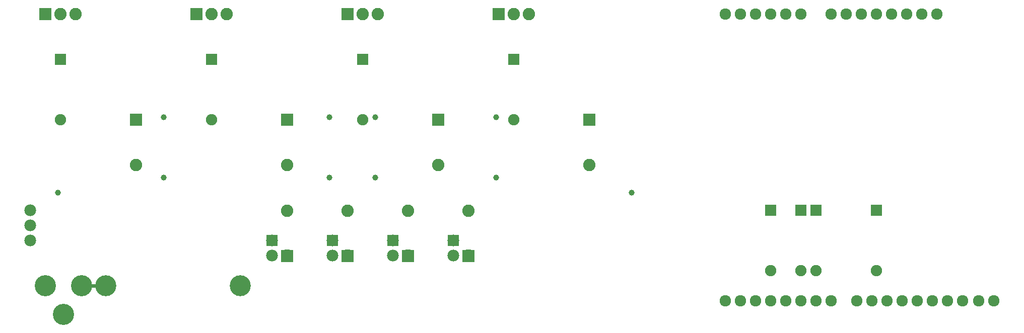
<source format=gtl>
G04 MADE WITH FRITZING*
G04 WWW.FRITZING.ORG*
G04 DOUBLE SIDED*
G04 HOLES PLATED*
G04 CONTOUR ON CENTER OF CONTOUR VECTOR*
%ASAXBY*%
%FSLAX23Y23*%
%MOIN*%
%OFA0B0*%
%SFA1.0B1.0*%
%ADD10C,0.075833*%
%ADD11C,0.082000*%
%ADD12C,0.075000*%
%ADD13C,0.078000*%
%ADD14C,0.138889*%
%ADD15C,0.140000*%
%ADD16C,0.039370*%
%ADD17R,0.082000X0.082000*%
%ADD18R,0.075000X0.075000*%
%ADD19R,0.078000X0.078000*%
%ADD20C,0.024000*%
%LNCOPPER1*%
G90*
G70*
G54D10*
X6555Y222D03*
X6455Y222D03*
X6348Y222D03*
X6248Y222D03*
X6148Y222D03*
X6048Y222D03*
X5948Y222D03*
X5848Y222D03*
X5748Y222D03*
X5648Y222D03*
X5478Y222D03*
X5378Y222D03*
X5278Y222D03*
X5178Y222D03*
X5078Y222D03*
X4978Y222D03*
X4878Y222D03*
X4778Y222D03*
X6178Y2122D03*
X6078Y2122D03*
X5978Y2122D03*
X5878Y2122D03*
X5778Y2122D03*
X5678Y2122D03*
X5578Y2122D03*
X5478Y2122D03*
X5278Y2122D03*
X5178Y2122D03*
X5078Y2122D03*
X4978Y2122D03*
X4878Y2122D03*
X4778Y2122D03*
G54D11*
X278Y2122D03*
X378Y2122D03*
X478Y2122D03*
X1278Y2122D03*
X1378Y2122D03*
X1478Y2122D03*
X2278Y2122D03*
X2378Y2122D03*
X2478Y2122D03*
X3278Y2122D03*
X3378Y2122D03*
X3478Y2122D03*
X1878Y1422D03*
X1878Y1122D03*
X878Y1422D03*
X878Y1122D03*
X3878Y1422D03*
X3878Y1122D03*
X2878Y1422D03*
X2878Y1122D03*
G54D12*
X378Y1822D03*
X378Y1422D03*
X5378Y822D03*
X5378Y422D03*
X5278Y822D03*
X5278Y422D03*
X5778Y822D03*
X5778Y422D03*
X3378Y1822D03*
X3378Y1422D03*
X2378Y1822D03*
X2378Y1422D03*
X1378Y1822D03*
X1378Y1422D03*
X5078Y822D03*
X5078Y422D03*
G54D13*
X1778Y622D03*
X1778Y522D03*
X2578Y622D03*
X2578Y522D03*
X2978Y622D03*
X2978Y522D03*
X2178Y622D03*
X2178Y522D03*
G54D11*
X1878Y522D03*
X1878Y820D03*
X3078Y522D03*
X3078Y820D03*
X2278Y522D03*
X2278Y820D03*
X2678Y522D03*
X2678Y820D03*
G54D14*
X678Y322D03*
X1566Y322D03*
G54D13*
X178Y822D03*
X178Y722D03*
X178Y622D03*
G54D15*
X518Y322D03*
X278Y322D03*
X398Y132D03*
G54D16*
X3262Y1041D03*
X3262Y1441D03*
X361Y940D03*
X4159Y940D03*
X2462Y1441D03*
X2462Y1041D03*
X2159Y1041D03*
X2159Y1441D03*
X1060Y1041D03*
X1060Y1441D03*
G54D17*
X278Y2122D03*
X1278Y2122D03*
X2278Y2122D03*
X3278Y2122D03*
X1878Y1422D03*
X878Y1422D03*
X3878Y1422D03*
X2878Y1422D03*
G54D18*
X378Y1822D03*
X5378Y822D03*
X5278Y822D03*
X5778Y822D03*
X3378Y1822D03*
X2378Y1822D03*
X1378Y1822D03*
X5078Y822D03*
G54D19*
X1778Y622D03*
X2578Y622D03*
X2978Y622D03*
X2178Y622D03*
G54D17*
X1878Y521D03*
X3078Y521D03*
X2278Y521D03*
X2678Y521D03*
G54D20*
X636Y322D02*
X579Y322D01*
G04 End of Copper1*
M02*
</source>
